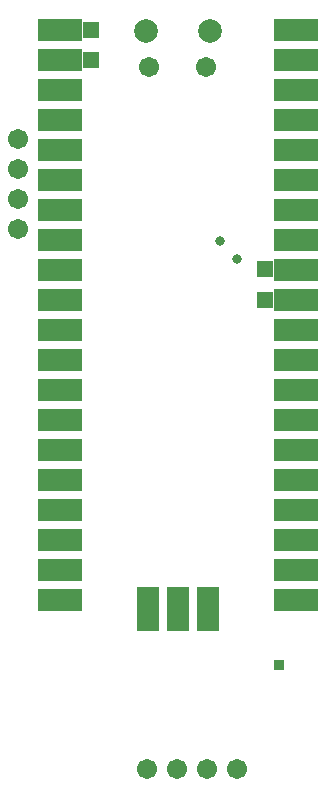
<source format=gbr>
G04 EAGLE Gerber RS-274X export*
G75*
%MOMM*%
%FSLAX34Y34*%
%LPD*%
%INSoldermask Top*%
%IPPOS*%
%AMOC8*
5,1,8,0,0,1.08239X$1,22.5*%
G01*
G04 Define Apertures*
%ADD10R,3.703200X1.903200*%
%ADD11C,2.003200*%
%ADD12C,1.703200*%
%ADD13R,1.903200X3.703200*%
%ADD14C,0.809600*%
%ADD15R,1.478200X1.478200*%
%ADD16R,0.809600X0.809600*%
D10*
X53060Y981340D03*
X53060Y955940D03*
X53060Y930540D03*
X53060Y905140D03*
X53060Y879740D03*
X53060Y854340D03*
X53060Y828940D03*
X53060Y803540D03*
X53060Y778140D03*
X53060Y752740D03*
X53060Y727340D03*
X53060Y701940D03*
X53060Y676540D03*
X53060Y651140D03*
X53060Y625740D03*
X53060Y600340D03*
X53060Y574940D03*
X53060Y549540D03*
X53060Y524140D03*
X53060Y498740D03*
X253060Y498740D03*
X253060Y524140D03*
X253060Y549540D03*
X253060Y574940D03*
X253060Y600340D03*
X253060Y625740D03*
X253060Y651140D03*
X253060Y676540D03*
X253060Y701940D03*
X253060Y727340D03*
X253060Y752740D03*
X253060Y778140D03*
X253060Y803540D03*
X253060Y828940D03*
X253060Y854340D03*
X253060Y879740D03*
X253060Y905140D03*
X253060Y930540D03*
X253060Y955940D03*
X253060Y981340D03*
D11*
X125810Y980040D03*
X180310Y980040D03*
D12*
X128810Y949740D03*
X177310Y949740D03*
D13*
X127660Y490790D03*
X153060Y490790D03*
X178460Y490790D03*
D14*
X203200Y787400D03*
D12*
X17660Y863600D03*
X17660Y889000D03*
D14*
X189096Y802386D03*
D12*
X127000Y355600D03*
X203200Y355600D03*
X17660Y838200D03*
D15*
X79584Y956056D03*
D12*
X17660Y812800D03*
D15*
X79584Y981578D03*
X226536Y778764D03*
D12*
X177800Y355600D03*
D15*
X226536Y752856D03*
D16*
X238760Y443230D03*
D12*
X152400Y355600D03*
M02*

</source>
